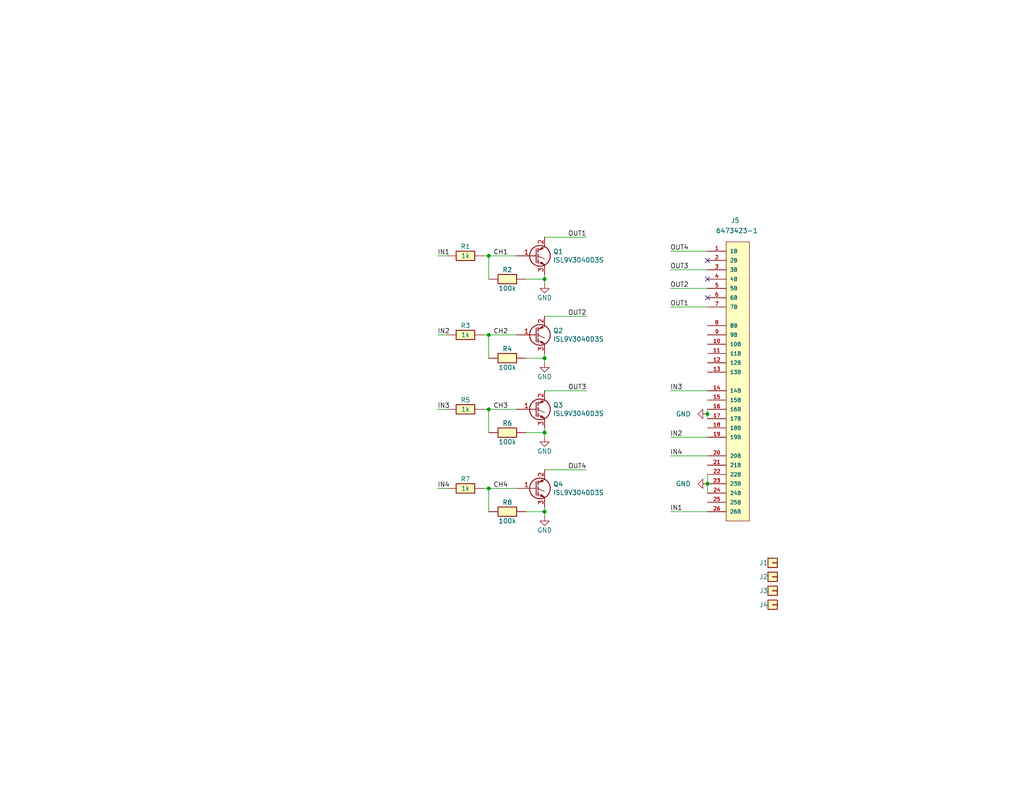
<source format=kicad_sch>
(kicad_sch (version 20231120) (generator "eeschema") (generator_version "8.0")
  (paper "A")
  (title_block (title "quad-igbt") (date "01 dec 2022") (rev "R0.1") (company "rusEFI"))
  (lib_symbols
    (symbol "Conn_01x01_1" (pin_names (offset 1.016) hide)
      (property "Reference" "J1" (at -2.032 0.1016 0))
      (symbol "Conn_01x01_1_1_1"
        (rectangle (start -1.27 0.127) (end 0 -0.127) (stroke (width 0.1524)))
        (rectangle (start -1.27 1.27) (end 1.27 -1.27) (stroke (width 0.254)) (fill (type background)))
      )
    )
    (symbol "Device:Q_NIGBT_GCE" (pin_names (offset 0) hide)
      (property "Reference" "Q" (at 5.08 1.27 0))
      (property "Value" "Q_NIGBT_GCE" (at 5.08 -1.27 0))
      (symbol "Q_NIGBT_GCE_0_1"
        (polyline (pts (xy 0.762 -1.016) (xy 0.762 -2.032)) (stroke (width 0.254)))
        (polyline (pts (xy 0.762 0.508) (xy 0.762 -0.508)) (stroke (width 0.254)))
        (polyline (pts (xy 0.762 2.032) (xy 0.762 1.016)) (stroke (width 0.254)))
        (polyline (pts (xy 2.54 -2.413) (xy 0.762 -1.524)))
        (polyline (pts (xy 2.54 -0.889) (xy 0.762 0)))
        (polyline (pts (xy 2.54 2.413) (xy 0.762 1.524)))
        (polyline (pts (xy 0.254 1.905) (xy 0.254 -1.905) (xy 0.254 -1.905)) (stroke (width 0.254)))
        (polyline (pts (xy 1.397 -2.159) (xy 1.651 -1.651) (xy 2.54 -2.413) (xy 1.397 -2.159)) (fill (type outline)))
        (polyline (pts (xy 2.159 1.905) (xy 1.905 2.413) (xy 1.016 1.651) (xy 2.159 1.905)) (fill (type outline)))
        (circle (center 1.27 0) (radius 2.8194) (stroke (width 0.254)))
      )
      (symbol "Q_NIGBT_GCE_1_1"
        (pin input line (at -5.08 0 0) (length 5.334) (name "G") (number "1"))
        (pin passive line (at 2.54 5.08 270) (length 2.54) (name "C") (number "2"))
        (pin passive line (at 2.54 -5.08 90) (length 2.54) (name "E") (number "3"))
      )
    )
    (symbol "Res_1" (pin_numbers hide)
      (property "Reference" "R6" (at -5.322 2.3482 0))
      (property "Value" "Res_1" (at -5.08 0 0))
      (symbol "Res_1_1_0"
        (rectangle (start 2.54 -1.27) (end 7.62 1.27) (stroke (width 0.254)) (fill (type background)))
        (pin passive line (at 0 0 0) (length 2.54) (name "") (number "1"))
        (pin passive line (at 10.16 0 180) (length 2.54) (name "") (number "2"))
      )
    )
    (symbol "TE_6473423-1:6473423-1" (pin_names (offset 1.016))
      (property "Reference" "J" (at 2.54 3.81 0))
      (property "Value" "6473423-1" (at 6.35 3.81 0))
      (symbol "6473423-1_1_0"
        (pin passive line (at 0 0 0) (length 5.08) (name "1B") (number "1"))
        (pin passive line (at 0 -25.4 0) (length 5.08) (name "10B") (number "10"))
        (pin passive line (at 0 -27.94 0) (length 5.08) (name "11B") (number "11"))
        (pin passive line (at 0 -30.48 0) (length 5.08) (name "12B") (number "12"))
        (pin passive line (at 0 -33.02 0) (length 5.08) (name "13B") (number "13"))
        (pin passive line (at 0 -38.1 0) (length 5.08) (name "14B") (number "14"))
        (pin passive line (at 0 -40.64 0) (length 5.08) (name "15B") (number "15"))
        (pin passive line (at 0 -43.18 0) (length 5.08) (name "16B") (number "16"))
        (pin passive line (at 0 -45.72 0) (length 5.08) (name "17B") (number "17"))
        (pin passive line (at 0 -48.26 0) (length 5.08) (name "18B") (number "18"))
        (pin passive line (at 0 -50.8 0) (length 5.08) (name "19B") (number "19"))
        (pin passive line (at 0 -2.54 0) (length 5.08) (name "2B") (number "2"))
        (pin passive line (at 0 -55.88 0) (length 5.08) (name "20B") (number "20"))
        (pin passive line (at 0 -58.42 0) (length 5.08) (name "21B") (number "21"))
        (pin passive line (at 0 -60.96 0) (length 5.08) (name "22B") (number "22"))
        (pin passive line (at 0 -63.5 0) (length 5.08) (name "23B") (number "23"))
        (pin passive line (at 0 -66.04 0) (length 5.08) (name "24B") (number "24"))
        (pin passive line (at 0 -68.58 0) (length 5.08) (name "25B") (number "25"))
        (pin passive line (at 0 -71.12 0) (length 5.08) (name "26B") (number "26"))
        (pin passive line (at 0 -5.08 0) (length 5.08) (name "3B") (number "3"))
        (pin passive line (at 0 -7.62 0) (length 5.08) (name "4B") (number "4"))
        (pin passive line (at 0 -10.16 0) (length 5.08) (name "5B") (number "5"))
        (pin passive line (at 0 -12.7 0) (length 5.08) (name "6B") (number "6"))
        (pin passive line (at 0 -15.24 0) (length 5.08) (name "7B") (number "7"))
        (pin passive line (at 0 -20.32 0) (length 5.08) (name "8B") (number "8"))
        (pin passive line (at 0 -22.86 0) (length 5.08) (name "9B") (number "9"))
      )
      (symbol "6473423-1_1_1"
        (rectangle (start 5.08 2.54) (end 11.43 -73.66) (fill (type background)))
      )
    )
    (symbol "power:GND" (power) (pin_names (offset 0))
      (property "Value" "GND" (at 0 -3.81 0))
      (symbol "GND_0_1"
        (polyline (pts (xy 0 0) (xy 0 -1.27) (xy 1.27 -1.27) (xy 0 -2.54) (xy -1.27 -1.27) (xy 0 -1.27)))
      )
      (symbol "GND_1_1"
        (pin power_in line (at 0 0 270) (length 0) hide (name "GND") (number "1"))
      )
    )
  )
  (junction (at 133.35 111.76))
  (junction (at 193.04 113.03))
  (junction (at 133.35 69.85))
  (junction (at 148.59 139.7))
  (junction (at 133.35 133.35))
  (junction (at 133.35 91.44))
  (junction (at 148.59 76.2))
  (junction (at 193.04 132.08))
  (junction (at 148.59 97.79))
  (junction (at 148.59 118.11))
  (no_connect (at 193.04 81.28))
  (no_connect (at 193.04 76.2))
  (no_connect (at 193.04 71.12))
  (wire (pts (xy 182.88 124.46) (xy 193.04 124.46)))
  (wire (pts (xy 148.59 64.77) (xy 160.02 64.77)))
  (wire (pts (xy 182.88 68.58) (xy 193.04 68.58)))
  (wire (pts (xy 133.35 91.44) (xy 132.08 91.44)))
  (wire (pts (xy 121.92 111.76) (xy 119.38 111.76)))
  (wire (pts (xy 143.51 76.2) (xy 148.59 76.2)))
  (wire (pts (xy 182.88 78.74) (xy 193.04 78.74)))
  (wire (pts (xy 133.35 111.76) (xy 133.35 118.11)))
  (wire (pts (xy 148.59 139.7) (xy 148.59 140.97)))
  (wire (pts (xy 143.51 139.7) (xy 148.59 139.7)))
  (wire (pts (xy 182.88 83.82) (xy 193.04 83.82)))
  (wire (pts (xy 132.08 111.76) (xy 133.35 111.76)))
  (wire (pts (xy 133.35 91.44) (xy 140.97 91.44)))
  (wire (pts (xy 133.35 133.35) (xy 140.97 133.35)))
  (wire (pts (xy 148.59 128.27) (xy 160.02 128.27)))
  (wire (pts (xy 143.51 118.11) (xy 148.59 118.11)))
  (wire (pts (xy 132.08 133.35) (xy 133.35 133.35)))
  (wire (pts (xy 133.35 69.85) (xy 140.97 69.85)))
  (wire (pts (xy 148.59 118.11) (xy 148.59 119.38)))
  (wire (pts (xy 148.59 116.84) (xy 148.59 118.11)))
  (wire (pts (xy 121.92 69.85) (xy 119.38 69.85)))
  (wire (pts (xy 148.59 77.47) (xy 148.59 76.2)))
  (wire (pts (xy 133.35 111.76) (xy 140.97 111.76)))
  (wire (pts (xy 182.88 106.68) (xy 193.04 106.68)))
  (wire (pts (xy 182.88 139.7) (xy 193.04 139.7)))
  (wire (pts (xy 119.38 91.44) (xy 121.92 91.44)))
  (wire (pts (xy 148.59 106.68) (xy 160.02 106.68)))
  (wire (pts (xy 182.88 119.38) (xy 193.04 119.38)))
  (wire (pts (xy 121.92 133.35) (xy 119.38 133.35)))
  (wire (pts (xy 193.04 129.54) (xy 193.04 132.08)))
  (wire (pts (xy 182.88 73.66) (xy 193.04 73.66)))
  (wire (pts (xy 148.59 138.43) (xy 148.59 139.7)))
  (wire (pts (xy 148.59 86.36) (xy 160.02 86.36)))
  (wire (pts (xy 148.59 96.52) (xy 148.59 97.79)))
  (wire (pts (xy 133.35 69.85) (xy 133.35 76.2)))
  (wire (pts (xy 148.59 76.2) (xy 148.59 74.93)))
  (wire (pts (xy 193.04 113.03) (xy 193.04 111.76)))
  (wire (pts (xy 133.35 133.35) (xy 133.35 139.7)))
  (wire (pts (xy 193.04 132.08) (xy 193.04 134.62)))
  (wire (pts (xy 132.08 69.85) (xy 133.35 69.85)))
  (wire (pts (xy 148.59 97.79) (xy 148.59 99.06)))
  (wire (pts (xy 143.51 97.79) (xy 148.59 97.79)))
  (wire (pts (xy 193.04 114.3) (xy 193.04 113.03)))
  (wire (pts (xy 133.35 91.44) (xy 133.35 97.79)))
  (label "OUT3" (at 182.88 73.66 0))
  (label "IN2" (at 182.88 119.38 0))
  (label "OUT3" (at 160.02 106.68 180))
  (label "OUT4" (at 182.88 68.58 0))
  (label "OUT1" (at 160.02 64.77 180))
  (label "IN4" (at 182.88 124.46 0))
  (label "IN3" (at 182.88 106.68 0))
  (label "IN1" (at 182.88 139.7 0))
  (label "OUT1" (at 182.88 83.82 0))
  (label "CH3" (at 134.62 111.76 0))
  (label "CH1" (at 134.62 69.85 0))
  (label "CH2" (at 134.62 91.44 0))
  (label "IN2" (at 119.38 91.44 0))
  (label "IN3" (at 119.38 111.76 0))
  (label "OUT2" (at 182.88 78.74 0))
  (label "CH4" (at 134.62 133.35 0))
  (label "OUT4" (at 160.02 128.27 180))
  (label "IN4" (at 119.38 133.35 0))
  (label "IN1" (at 119.38 69.85 0))
  (label "OUT2" (at 160.02 86.36 180))
  (symbol (lib_id "Device:Q_NIGBT_GCE") (at 146.05 69.85 0) (unit 1)
    (property "Reference" "Q1" (at 150.9014 68.6816 0) (effects (justify left)))
    (property "Value" "ISL9V3040D3S" (at 150.9014 70.993 0) (effects (justify left)))
    (property "Footprint" "Package_TO_SOT_SMD:TO-263-2" (effects (hide yes)))
    (property "LCSC" "C462128" (effects (hide yes)))
  )
  (symbol (lib_id "power:GND") (at 148.59 119.38 0) (mirror y) (unit 1)
    (property "Reference" "#PWR01" (effects (hide yes)))
    (property "Value" "GND" (at 148.59 123.19 0))
  )
  (symbol (lib_name "Conn_01x01_1") (lib_id "Connector_Generic:Conn_01x01") (at 210.82 161.29 180) (unit 1)
    (property "Reference" "J3" (at 209.55 161.29 0) (effects (justify left)))
    (property "Value" "Conn_01x01" (effects (hide yes)))
    (property "Footprint" "MountingHole:MountingHole_5mm" (effects (hide yes)))
  )
  (symbol (lib_name "Conn_01x01_1") (lib_id "Connector_Generic:Conn_01x01") (at 210.82 165.1 180) (unit 1)
    (property "Reference" "J4" (at 209.55 165.1 0) (effects (justify left)))
    (property "Value" "Conn_01x01" (effects (hide yes)))
    (property "Footprint" "MountingHole:MountingHole_5mm" (effects (hide yes)))
  )
  (symbol (lib_name "Res_1") (lib_id "hellen-one-common:Res") (at 132.08 91.44 180) (unit 1)
    (property "Reference" "R3" (at 127 88.9 0))
    (property "Value" "1k" (at 127 91.44 0))
    (property "Footprint" "hellen-one-common:R0805" (effects (hide yes)))
    (property "LCSC" "C17513" (effects (hide yes)))
  )
  (symbol (lib_name "Res_1") (lib_id "hellen-one-common:Res") (at 132.08 69.85 180) (unit 1)
    (property "Reference" "R1" (at 127 67.31 0))
    (property "Value" "1k" (at 127 69.85 0))
    (property "Footprint" "hellen-one-common:R0805" (effects (hide yes)))
    (property "LCSC" "C17513" (effects (hide yes)))
  )
  (symbol (lib_name "Res_1") (lib_id "hellen-one-common:Res") (at 132.08 111.76 180) (unit 1)
    (property "Reference" "R5" (at 127 109.22 0))
    (property "Value" "1k" (at 127 111.76 0))
    (property "Footprint" "hellen-one-common:R0805" (effects (hide yes)))
    (property "LCSC" "C17513" (effects (hide yes)))
  )
  (symbol (lib_id "power:GND") (at 148.59 140.97 0) (mirror y) (unit 1)
    (property "Reference" "#PWR02" (effects (hide yes)))
    (property "Value" "GND" (at 148.59 144.78 0))
  )
  (symbol (lib_name "Res_1") (lib_id "hellen-one-common:Res") (at 143.51 139.7 180) (unit 1)
    (property "Reference" "R8" (at 138.43 137.16 0))
    (property "Value" "100k" (at 138.43 142.24 0))
    (property "Footprint" "hellen-one-common:R0805" (effects (hide yes)))
    (property "LCSC" "C149504" (effects (hide yes)))
  )
  (symbol (lib_id "power:GND") (at 148.59 77.47 0) (mirror y) (unit 1)
    (property "Reference" "#PWR0104" (effects (hide yes)))
    (property "Value" "GND" (at 148.59 81.28 0))
  )
  (symbol (lib_id "power:GND") (at 193.04 113.03 270) (mirror x) (unit 1)
    (property "Reference" "#PWR04" (effects (hide yes)))
    (property "Value" "GND" (at 186.436 113.03 90))
  )
  (symbol (lib_name "Res_1") (lib_id "hellen-one-common:Res") (at 143.51 118.11 180) (unit 1)
    (property "Reference" "R6" (at 138.43 115.57 0))
    (property "Value" "100k" (at 138.43 120.65 0))
    (property "Footprint" "hellen-one-common:R0805" (effects (hide yes)))
    (property "LCSC" "C149504" (effects (hide yes)))
  )
  (symbol (lib_name "Conn_01x01_1") (lib_id "Connector_Generic:Conn_01x01") (at 210.82 157.48 180) (unit 1)
    (property "Reference" "J2" (at 209.55 157.48 0) (effects (justify left)))
    (property "Value" "Conn_01x01" (effects (hide yes)))
    (property "Footprint" "MountingHole:MountingHole_5mm" (effects (hide yes)))
  )
  (symbol (lib_id "Device:Q_NIGBT_GCE") (at 146.05 111.76 0) (unit 1)
    (property "Reference" "Q3" (at 150.9014 110.5916 0) (effects (justify left)))
    (property "Value" "ISL9V3040D3S" (at 150.9014 112.903 0) (effects (justify left)))
    (property "Footprint" "Package_TO_SOT_SMD:TO-263-2" (effects (hide yes)))
    (property "LCSC" "C462128" (effects (hide yes)))
  )
  (symbol (lib_name "Res_1") (lib_id "hellen-one-common:Res") (at 132.08 133.35 180) (unit 1)
    (property "Reference" "R7" (at 127 130.81 0))
    (property "Value" "1k" (at 127 133.35 0))
    (property "Footprint" "hellen-one-common:R0805" (effects (hide yes)))
    (property "LCSC" "C17513" (effects (hide yes)))
  )
  (symbol (lib_id "TE_6473423-1:6473423-1") (at 193.04 68.58 0) (unit 1)
    (property "Reference" "J5" (at 199.39 60.198 0) (effects (justify left)))
    (property "Value" "6473423-1" (at 195.326 62.992 0) (effects (justify left)))
    (property "Footprint" "Connectors:6473423-1" (effects (hide yes)))
    (property "Comment" "6473423-1" (effects (hide yes)))
  )
  (symbol (lib_name "Conn_01x01_1") (lib_id "Connector_Generic:Conn_01x01") (at 210.82 153.67 180) (unit 1)
    (property "Reference" "J1" (at 209.55 153.67 0) (effects (justify left)))
    (property "Value" "Conn_01x01" (effects (hide yes)))
    (property "Footprint" "MountingHole:MountingHole_5mm" (effects (hide yes)))
  )
  (symbol (lib_id "power:GND") (at 148.59 99.06 0) (mirror y) (unit 1)
    (property "Reference" "#PWR0101" (effects (hide yes)))
    (property "Value" "GND" (at 148.59 102.87 0))
  )
  (symbol (lib_name "Res_1") (lib_id "hellen-one-common:Res") (at 143.51 76.2 180) (unit 1)
    (property "Reference" "R2" (at 138.43 73.66 0))
    (property "Value" "100k" (at 138.43 78.74 0))
    (property "Footprint" "hellen-one-common:R0805" (effects (hide yes)))
    (property "LCSC" "C149504" (effects (hide yes)))
  )
  (symbol (lib_name "Res_1") (lib_id "hellen-one-common:Res") (at 143.51 97.79 180) (unit 1)
    (property "Reference" "R4" (at 138.43 95.25 0))
    (property "Value" "100k" (at 138.43 100.33 0))
    (property "Footprint" "hellen-one-common:R0805" (effects (hide yes)))
    (property "LCSC" "C149504" (effects (hide yes)))
  )
  (symbol (lib_id "Device:Q_NIGBT_GCE") (at 146.05 133.35 0) (unit 1)
    (property "Reference" "Q4" (at 150.9014 132.1816 0) (effects (justify left)))
    (property "Value" "ISL9V3040D3S" (at 150.9014 134.493 0) (effects (justify left)))
    (property "Footprint" "Package_TO_SOT_SMD:TO-263-2" (effects (hide yes)))
    (property "LCSC" "C462128" (effects (hide yes)))
  )
  (symbol (lib_id "Device:Q_NIGBT_GCE") (at 146.05 91.44 0) (unit 1)
    (property "Reference" "Q2" (at 150.9014 90.2716 0) (effects (justify left)))
    (property "Value" "ISL9V3040D3S" (at 150.9014 92.583 0) (effects (justify left)))
    (property "Footprint" "Package_TO_SOT_SMD:TO-263-2" (effects (hide yes)))
    (property "LCSC" "C462128" (effects (hide yes)))
  )
  (symbol (lib_id "power:GND") (at 193.04 132.08 270) (mirror x) (unit 1)
    (property "Reference" "#PWR03" (effects (hide yes)))
    (property "Value" "GND" (at 186.436 132.08 90))
  )
)
</source>
